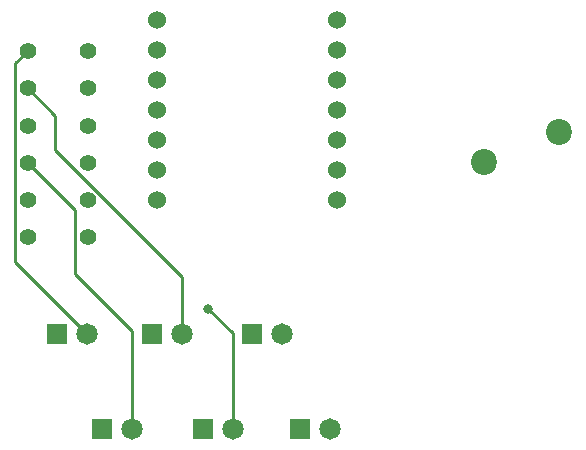
<source format=gbr>
%TF.GenerationSoftware,KiCad,Pcbnew,9.0.3*%
%TF.CreationDate,2025-07-29T19:30:13-04:00*%
%TF.ProjectId,Pathfinder,50617468-6669-46e6-9465-722e6b696361,rev?*%
%TF.SameCoordinates,Original*%
%TF.FileFunction,Copper,L2,Bot*%
%TF.FilePolarity,Positive*%
%FSLAX46Y46*%
G04 Gerber Fmt 4.6, Leading zero omitted, Abs format (unit mm)*
G04 Created by KiCad (PCBNEW 9.0.3) date 2025-07-29 19:30:13*
%MOMM*%
%LPD*%
G01*
G04 APERTURE LIST*
%TA.AperFunction,ComponentPad*%
%ADD10C,1.400000*%
%TD*%
%TA.AperFunction,ComponentPad*%
%ADD11C,1.524000*%
%TD*%
%TA.AperFunction,ComponentPad*%
%ADD12R,1.815000X1.815000*%
%TD*%
%TA.AperFunction,ComponentPad*%
%ADD13C,1.815000*%
%TD*%
%TA.AperFunction,ComponentPad*%
%ADD14C,2.200000*%
%TD*%
%TA.AperFunction,ViaPad*%
%ADD15C,0.800000*%
%TD*%
%TA.AperFunction,Conductor*%
%ADD16C,0.250000*%
%TD*%
G04 APERTURE END LIST*
D10*
%TO.P,R1,1*%
%TO.N,Net-(D1-A)*%
X151960000Y-80050000D03*
%TO.P,R1,2*%
%TO.N,LED1*%
X157040000Y-80050000D03*
%TD*%
D11*
%TO.P,U1,1,GPIO26/ADC0/A0*%
%TO.N,BUTTON*%
X162880000Y-77380000D03*
%TO.P,U1,2,GPIO27/ADC1/A1*%
%TO.N,LED1*%
X162880000Y-79920000D03*
%TO.P,U1,3,GPIO28/ADC2/A2*%
%TO.N,LED2*%
X162880000Y-82460000D03*
%TO.P,U1,4,GPIO29/ADC3/A3*%
%TO.N,LED3*%
X162880000Y-85000000D03*
%TO.P,U1,5,GPIO6/SDA*%
%TO.N,LED4*%
X162880000Y-87540000D03*
%TO.P,U1,6,GPIO7/SCL*%
%TO.N,LED5*%
X162880000Y-90080000D03*
%TO.P,U1,7,GPIO0/TX*%
%TO.N,LED6*%
X162880000Y-92620000D03*
%TO.P,U1,8,GPIO1/RX*%
%TO.N,unconnected-(U1-GPIO1{slash}RX-Pad8)*%
X178120000Y-92620000D03*
%TO.P,U1,9,GPIO2/SCK*%
%TO.N,unconnected-(U1-GPIO2{slash}SCK-Pad9)_1*%
X178120000Y-90080000D03*
%TO.P,U1,10,GPIO4/MISO*%
%TO.N,unconnected-(U1-GPIO4{slash}MISO-Pad10)*%
X178120000Y-87540000D03*
%TO.P,U1,11,GPIO3/MOSI*%
%TO.N,unconnected-(U1-GPIO3{slash}MOSI-Pad11)_1*%
X178120000Y-85000000D03*
%TO.P,U1,12,3V3*%
%TO.N,unconnected-(U1-3V3-Pad12)*%
X178120000Y-82460000D03*
%TO.P,U1,13,GND*%
%TO.N,GND*%
X178120000Y-79920000D03*
%TO.P,U1,14,VBUS*%
%TO.N,unconnected-(U1-VBUS-Pad14)*%
X178120000Y-77380000D03*
%TD*%
D12*
%TO.P,D2,1,K*%
%TO.N,GND*%
X162500000Y-104000000D03*
D13*
%TO.P,D2,2,A*%
%TO.N,Net-(D2-A)*%
X165040000Y-104000000D03*
%TD*%
D10*
%TO.P,R6,1*%
%TO.N,Net-(D6-A)*%
X151960000Y-95800000D03*
%TO.P,R6,2*%
%TO.N,LED6*%
X157040000Y-95800000D03*
%TD*%
%TO.P,R3,1*%
%TO.N,Net-(D3-A)*%
X151960000Y-86350000D03*
%TO.P,R3,2*%
%TO.N,LED3*%
X157040000Y-86350000D03*
%TD*%
D14*
%TO.P,SW1,1,1*%
%TO.N,BUTTON*%
X196960000Y-86920000D03*
%TO.P,SW1,2,2*%
%TO.N,GND*%
X190610000Y-89460000D03*
%TD*%
D12*
%TO.P,D1,1,K*%
%TO.N,GND*%
X154460000Y-104000000D03*
D13*
%TO.P,D1,2,A*%
%TO.N,Net-(D1-A)*%
X157000000Y-104000000D03*
%TD*%
D12*
%TO.P,D3,1,K*%
%TO.N,GND*%
X170960000Y-104000000D03*
D13*
%TO.P,D3,2,A*%
%TO.N,Net-(D3-A)*%
X173500000Y-104000000D03*
%TD*%
D12*
%TO.P,D6,1,K*%
%TO.N,GND*%
X175000000Y-112000000D03*
D13*
%TO.P,D6,2,A*%
%TO.N,Net-(D6-A)*%
X177540000Y-112000000D03*
%TD*%
D12*
%TO.P,D4,1,K*%
%TO.N,GND*%
X158270000Y-112000000D03*
D13*
%TO.P,D4,2,A*%
%TO.N,Net-(D4-A)*%
X160810000Y-112000000D03*
%TD*%
D10*
%TO.P,R5,1*%
%TO.N,Net-(D5-A)*%
X151960000Y-92650000D03*
%TO.P,R5,2*%
%TO.N,LED5*%
X157040000Y-92650000D03*
%TD*%
D12*
%TO.P,D5,1,K*%
%TO.N,GND*%
X166770000Y-112000000D03*
D13*
%TO.P,D5,2,A*%
%TO.N,Net-(D5-A)*%
X169310000Y-112000000D03*
%TD*%
D10*
%TO.P,R2,1*%
%TO.N,Net-(D2-A)*%
X151960000Y-83200000D03*
%TO.P,R2,2*%
%TO.N,LED2*%
X157040000Y-83200000D03*
%TD*%
%TO.P,R4,1*%
%TO.N,Net-(D4-A)*%
X151960000Y-89500000D03*
%TO.P,R4,2*%
%TO.N,LED4*%
X157040000Y-89500000D03*
%TD*%
D15*
%TO.N,Net-(D5-A)*%
X167262000Y-101892000D03*
%TD*%
D16*
%TO.N,Net-(D1-A)*%
X151960000Y-80050000D02*
X150930000Y-81080400D01*
X150930000Y-81080400D02*
X150930000Y-97929600D01*
X150930000Y-97929600D02*
X157000000Y-104000000D01*
%TO.N,Net-(D2-A)*%
X165040000Y-104000000D02*
X165040000Y-99179000D01*
X165040000Y-99179000D02*
X154272000Y-88410900D01*
X154272000Y-85511900D02*
X151960000Y-83200000D01*
X154272000Y-88410900D02*
X154272000Y-85511900D01*
%TO.N,Net-(D4-A)*%
X160810000Y-103745000D02*
X155982000Y-98917600D01*
X160810000Y-112000000D02*
X160810000Y-103745000D01*
X155982000Y-93522400D02*
X151960000Y-89500000D01*
X155982000Y-98917600D02*
X155982000Y-93522400D01*
%TO.N,Net-(D5-A)*%
X167262000Y-101892000D02*
X169310000Y-103940000D01*
X169310000Y-103940000D02*
X169310000Y-112000000D01*
%TD*%
M02*

</source>
